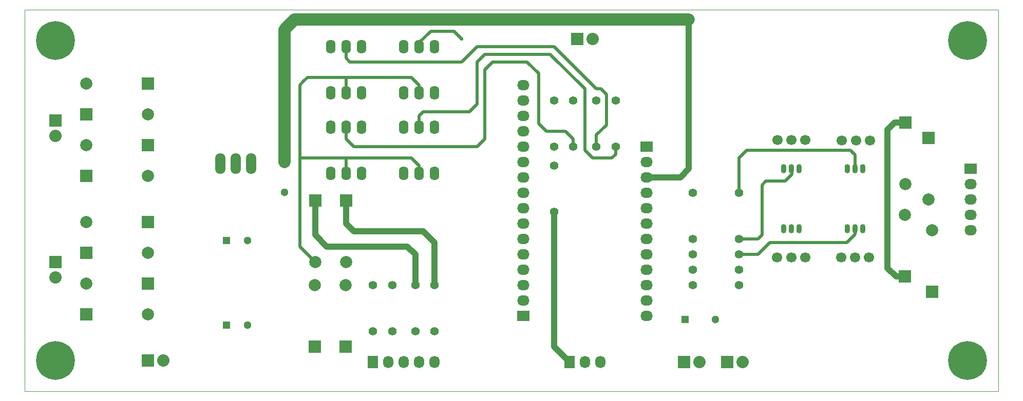
<source format=gbr>
G04 #@! TF.GenerationSoftware,KiCad,Pcbnew,5.1.5+dfsg1-2build2*
G04 #@! TF.CreationDate,2024-04-23T22:36:46+02:00*
G04 #@! TF.ProjectId,mainboard,6d61696e-626f-4617-9264-2e6b69636164,231006*
G04 #@! TF.SameCoordinates,Original*
G04 #@! TF.FileFunction,Copper,L1,Top*
G04 #@! TF.FilePolarity,Positive*
%FSLAX46Y46*%
G04 Gerber Fmt 4.6, Leading zero omitted, Abs format (unit mm)*
G04 Created by KiCad (PCBNEW 5.1.5+dfsg1-2build2) date 2024-04-23 22:36:46*
%MOMM*%
%LPD*%
G04 APERTURE LIST*
%ADD10C,0.100000*%
%ADD11R,1.300000X1.300000*%
%ADD12C,1.300000*%
%ADD13R,2.032000X2.032000*%
%ADD14O,2.032000X2.032000*%
%ADD15C,1.397000*%
%ADD16R,1.727200X2.032000*%
%ADD17O,1.727200X2.032000*%
%ADD18R,2.032000X1.727200*%
%ADD19O,2.032000X1.727200*%
%ADD20C,1.998980*%
%ADD21R,1.998980X1.998980*%
%ADD22O,1.699260X3.500120*%
%ADD23O,1.600000X2.300000*%
%ADD24O,0.899160X1.501140*%
%ADD25C,1.699260*%
%ADD26C,6.400000*%
%ADD27C,0.600000*%
%ADD28C,1.000000*%
%ADD29C,0.500000*%
%ADD30C,2.000000*%
G04 APERTURE END LIST*
D10*
X145288000Y-130810000D02*
X187706000Y-130810000D01*
X186690000Y-67818000D02*
X140208000Y-67818000D01*
X74803000Y-67818000D02*
X140335000Y-67818000D01*
X74803000Y-130810000D02*
X74803000Y-67818000D01*
X145415000Y-130810000D02*
X74803000Y-130810000D01*
X235331000Y-130810000D02*
X187579000Y-130810000D01*
X235331000Y-67818000D02*
X235331000Y-130810000D01*
X186563000Y-67818000D02*
X235331000Y-67818000D01*
D11*
X183642000Y-118999000D03*
D12*
X188642000Y-118999000D03*
D13*
X183515000Y-125984000D03*
D14*
X186055000Y-125984000D03*
D13*
X165862000Y-72644000D03*
D14*
X168402000Y-72644000D03*
D13*
X190627000Y-125984000D03*
D14*
X193167000Y-125984000D03*
D15*
X184912000Y-113284000D03*
X192532000Y-113284000D03*
D16*
X164592000Y-125984000D03*
D17*
X167132000Y-125984000D03*
X169672000Y-125984000D03*
D15*
X165227000Y-90424000D03*
X165227000Y-82804000D03*
X172212000Y-90424000D03*
X172212000Y-82804000D03*
X169037000Y-90424000D03*
X169037000Y-82804000D03*
X162052000Y-90424000D03*
X162052000Y-82804000D03*
X162052000Y-101219000D03*
X162052000Y-93599000D03*
D18*
X156972000Y-118364000D03*
D19*
X156972000Y-115824000D03*
X156972000Y-113284000D03*
X156972000Y-110744000D03*
X156972000Y-108204000D03*
X156972000Y-105664000D03*
X156972000Y-103124000D03*
X156972000Y-100584000D03*
X156972000Y-98044000D03*
X156972000Y-95504000D03*
X156972000Y-92964000D03*
X156972000Y-90424000D03*
X156972000Y-87884000D03*
X156972000Y-85344000D03*
X156972000Y-82804000D03*
X156972000Y-80264000D03*
D18*
X177292000Y-90424000D03*
D19*
X177292000Y-92964000D03*
X177292000Y-95504000D03*
X177292000Y-98044000D03*
X177292000Y-100584000D03*
X177292000Y-103124000D03*
X177292000Y-105664000D03*
X177292000Y-108204000D03*
X177292000Y-110744000D03*
X177292000Y-113284000D03*
X177292000Y-115824000D03*
X177292000Y-118364000D03*
D12*
X111577000Y-119888000D03*
D11*
X108077000Y-119888000D03*
D12*
X111577000Y-105918000D03*
D11*
X108077000Y-105918000D03*
X117602000Y-92964000D03*
D12*
X117602000Y-97964000D03*
D20*
X84963000Y-102872540D03*
D21*
X95123000Y-102872540D03*
D20*
X95123000Y-107947460D03*
D21*
X84963000Y-107947460D03*
D20*
X84963000Y-113032540D03*
D21*
X95123000Y-113032540D03*
D20*
X95123000Y-118107460D03*
D21*
X84963000Y-118107460D03*
D20*
X84963000Y-80012540D03*
D21*
X95123000Y-80012540D03*
D20*
X95123000Y-85087460D03*
D21*
X84963000Y-85087460D03*
D20*
X84963000Y-90172540D03*
D21*
X95123000Y-90172540D03*
D20*
X95123000Y-95247460D03*
D21*
X84963000Y-95247460D03*
D13*
X95123000Y-125730000D03*
D14*
X97663000Y-125730000D03*
D13*
X79883000Y-109474000D03*
D14*
X79883000Y-112014000D03*
D13*
X79883000Y-86106000D03*
D14*
X79883000Y-88646000D03*
D22*
X109601000Y-93218000D03*
X107061000Y-93218000D03*
X112141000Y-93218000D03*
D20*
X122679460Y-113284000D03*
D21*
X122679460Y-123444000D03*
D20*
X127759460Y-113284000D03*
D21*
X127759460Y-123444000D03*
D20*
X122684540Y-109474000D03*
D21*
X122684540Y-99314000D03*
D20*
X127764540Y-109474000D03*
D21*
X127764540Y-99314000D03*
D16*
X132207000Y-125984000D03*
D17*
X134747000Y-125984000D03*
X137287000Y-125984000D03*
X139827000Y-125984000D03*
X142367000Y-125984000D03*
D15*
X132207000Y-113284000D03*
X132207000Y-120904000D03*
X135382000Y-113284000D03*
X135382000Y-120904000D03*
X139192000Y-113284000D03*
X139192000Y-120904000D03*
X142367000Y-113284000D03*
X142367000Y-120904000D03*
D23*
X125222000Y-94869000D03*
X127762000Y-94869000D03*
X130302000Y-94869000D03*
X130302000Y-87249000D03*
X127762000Y-87249000D03*
X125222000Y-87249000D03*
X137287000Y-94869000D03*
X139827000Y-94869000D03*
X142367000Y-94869000D03*
X142367000Y-87249000D03*
X139827000Y-87249000D03*
X137287000Y-87249000D03*
X125222000Y-81534000D03*
X127762000Y-81534000D03*
X130302000Y-81534000D03*
X130302000Y-73914000D03*
X127762000Y-73914000D03*
X125222000Y-73914000D03*
X137287000Y-81534000D03*
X139827000Y-81534000D03*
X142367000Y-81534000D03*
X142367000Y-73914000D03*
X139827000Y-73914000D03*
X137287000Y-73914000D03*
D20*
X219966540Y-96647000D03*
D21*
X219966540Y-86487000D03*
D20*
X223776540Y-99187000D03*
D21*
X223776540Y-89027000D03*
D20*
X219961460Y-101727000D03*
D21*
X219961460Y-111887000D03*
D20*
X224406460Y-104267000D03*
D21*
X224406460Y-114427000D03*
D18*
X230759000Y-94107000D03*
D19*
X230759000Y-96647000D03*
X230759000Y-99187000D03*
X230759000Y-101727000D03*
X230759000Y-104267000D03*
D24*
X211709000Y-94107000D03*
X212979000Y-94107000D03*
X210439000Y-94107000D03*
X201231500Y-94107000D03*
X202501500Y-94107000D03*
X199961500Y-94107000D03*
X201168000Y-103949500D03*
X199898000Y-103949500D03*
X202438000Y-103949500D03*
X211709000Y-103949500D03*
X210439000Y-103949500D03*
X212979000Y-103949500D03*
D25*
X211836000Y-89408000D03*
X209544920Y-89408000D03*
X214127080Y-89408000D03*
X201231500Y-89344500D03*
X198940420Y-89344500D03*
X203522580Y-89344500D03*
X201168000Y-108712000D03*
X203459080Y-108712000D03*
X198876920Y-108712000D03*
X211709000Y-108712000D03*
X214000080Y-108712000D03*
X209417920Y-108712000D03*
D15*
X184912000Y-98044000D03*
X192532000Y-98044000D03*
X184912000Y-105664000D03*
X192532000Y-105664000D03*
X184912000Y-110744000D03*
X192532000Y-110744000D03*
X184912000Y-108204000D03*
X192532000Y-108204000D03*
D26*
X230251000Y-72898000D03*
X230251000Y-125730000D03*
X79883000Y-72898000D03*
X79883000Y-125730000D03*
D27*
X146812000Y-72644000D03*
D28*
X162052000Y-101219000D02*
X162052000Y-123444000D01*
X162052000Y-123444000D02*
X164592000Y-125984000D01*
D29*
X151892000Y-76454000D02*
X157607000Y-76454000D01*
X127762000Y-89154000D02*
X129032000Y-90424000D01*
X129032000Y-90424000D02*
X149352000Y-90424000D01*
X149352000Y-90424000D02*
X150622000Y-89154000D01*
X150622000Y-89154000D02*
X150622000Y-77724000D01*
X150622000Y-77724000D02*
X151892000Y-76454000D01*
X127762000Y-87249000D02*
X127762000Y-89154000D01*
X165227000Y-89154000D02*
X165227000Y-90424000D01*
X163957000Y-87884000D02*
X165227000Y-89154000D01*
X160782000Y-87884000D02*
X163957000Y-87884000D01*
X159512000Y-86614000D02*
X160782000Y-87884000D01*
X159512000Y-78359000D02*
X159512000Y-86614000D01*
X157607000Y-76454000D02*
X159512000Y-78359000D01*
X172212000Y-90424000D02*
X172212000Y-91694000D01*
X139827000Y-85344000D02*
X140462000Y-84709000D01*
X140462000Y-84709000D02*
X148082000Y-84709000D01*
X148082000Y-84709000D02*
X149352000Y-83439000D01*
X149352000Y-83439000D02*
X149352000Y-76454000D01*
X149352000Y-76454000D02*
X150622000Y-75184000D01*
X150622000Y-75184000D02*
X157607000Y-75184000D01*
X139827000Y-85344000D02*
X139827000Y-87249000D01*
X161417000Y-75184000D02*
X157607000Y-75184000D01*
X167132000Y-80899000D02*
X161417000Y-75184000D01*
X167132000Y-91059000D02*
X167132000Y-80899000D01*
X168402000Y-92329000D02*
X167132000Y-91059000D01*
X171577000Y-92329000D02*
X168402000Y-92329000D01*
X172212000Y-91694000D02*
X171577000Y-92329000D01*
X157607000Y-73914000D02*
X162052000Y-73914000D01*
X127762000Y-75819000D02*
X128397000Y-76454000D01*
X128397000Y-76454000D02*
X146812000Y-76454000D01*
X146812000Y-76454000D02*
X149352000Y-73914000D01*
X149352000Y-73914000D02*
X157607000Y-73914000D01*
X127762000Y-73914000D02*
X127762000Y-75819000D01*
X169037000Y-88519000D02*
X169037000Y-90424000D01*
X170688000Y-86868000D02*
X169037000Y-88519000D01*
X170688000Y-81788000D02*
X170688000Y-86868000D01*
X169799000Y-80899000D02*
X170688000Y-81788000D01*
X169037000Y-80899000D02*
X169799000Y-80899000D01*
X162052000Y-73914000D02*
X169037000Y-80899000D01*
X139827000Y-73914000D02*
X139827000Y-73279000D01*
X139827000Y-73279000D02*
X141732000Y-71374000D01*
X141732000Y-71374000D02*
X145542000Y-71374000D01*
X145542000Y-71374000D02*
X146812000Y-72644000D01*
D28*
X184277000Y-69469000D02*
X184277000Y-94107000D01*
D30*
X117602000Y-71120000D02*
X119253000Y-69469000D01*
X119253000Y-69469000D02*
X184277000Y-69469000D01*
X117602000Y-92964000D02*
X117602000Y-71120000D01*
D28*
X182880000Y-95504000D02*
X177292000Y-95504000D01*
X184277000Y-94107000D02*
X182880000Y-95504000D01*
D29*
X122684540Y-109474000D02*
X122682000Y-109474000D01*
X122682000Y-109474000D02*
X120142000Y-106934000D01*
X120142000Y-106934000D02*
X120142000Y-92329000D01*
X127762000Y-78994000D02*
X122047000Y-78994000D01*
X120142000Y-92329000D02*
X127762000Y-92329000D01*
X120142000Y-80264000D02*
X120142000Y-92329000D01*
X120777000Y-79629000D02*
X120142000Y-80264000D01*
X121412000Y-78994000D02*
X120777000Y-79629000D01*
X122047000Y-78994000D02*
X121412000Y-78994000D01*
X139827000Y-81534000D02*
X139827000Y-80264000D01*
X127762000Y-78994000D02*
X127762000Y-81534000D01*
X138557000Y-78994000D02*
X127762000Y-78994000D01*
X139827000Y-80264000D02*
X138557000Y-78994000D01*
X139827000Y-94869000D02*
X139827000Y-93599000D01*
X139827000Y-93599000D02*
X138557000Y-92329000D01*
X138557000Y-92329000D02*
X127762000Y-92329000D01*
X127762000Y-92329000D02*
X127762000Y-94869000D01*
D28*
X122684540Y-99314000D02*
X122684540Y-105026460D01*
X139192000Y-108204000D02*
X139192000Y-113284000D01*
X137916920Y-106928920D02*
X139192000Y-108204000D01*
X124587000Y-106928920D02*
X137916920Y-106928920D01*
X122684540Y-105026460D02*
X124587000Y-106928920D01*
X142367000Y-113284000D02*
X142367000Y-106299000D01*
X127762000Y-103124000D02*
X127762000Y-99316540D01*
X129032000Y-104394000D02*
X127762000Y-103124000D01*
X140462000Y-104394000D02*
X129032000Y-104394000D01*
X142367000Y-106299000D02*
X140462000Y-104394000D01*
X127762000Y-99316540D02*
X127764540Y-99314000D01*
X219961460Y-111887000D02*
X218440000Y-111887000D01*
X218186000Y-86487000D02*
X219966540Y-86487000D01*
X217043000Y-87630000D02*
X218186000Y-86487000D01*
X217043000Y-110490000D02*
X217043000Y-87630000D01*
X218440000Y-111887000D02*
X217043000Y-110490000D01*
D29*
X192532000Y-98044000D02*
X192532000Y-92329000D01*
X211709000Y-91821000D02*
X211709000Y-93980000D01*
X210947000Y-91059000D02*
X211709000Y-91821000D01*
X210312000Y-91059000D02*
X210947000Y-91059000D01*
X193802000Y-91059000D02*
X210312000Y-91059000D01*
X192532000Y-92329000D02*
X193802000Y-91059000D01*
X201295000Y-93980000D02*
X201295000Y-94996000D01*
X195707000Y-105664000D02*
X192532000Y-105664000D01*
X196342000Y-105029000D02*
X195707000Y-105664000D01*
X196342000Y-96774000D02*
X196342000Y-105029000D01*
X196977000Y-96139000D02*
X196342000Y-96774000D01*
X200152000Y-96139000D02*
X196977000Y-96139000D01*
X201295000Y-94996000D02*
X200152000Y-96139000D01*
X192532000Y-108204000D02*
X195707000Y-108204000D01*
X211709000Y-104902000D02*
X211709000Y-103632000D01*
X210312000Y-106299000D02*
X211709000Y-104902000D01*
X197612000Y-106299000D02*
X210312000Y-106299000D01*
X195707000Y-108204000D02*
X197612000Y-106299000D01*
M02*

</source>
